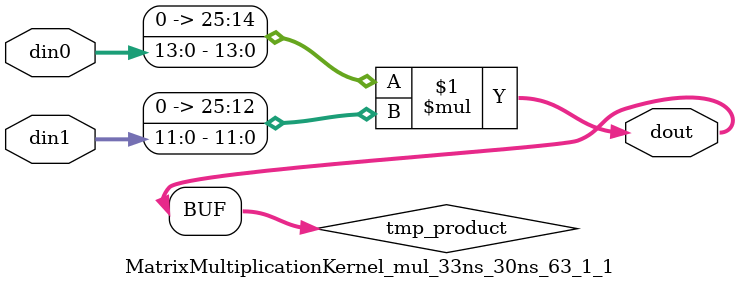
<source format=v>

`timescale 1 ns / 1 ps

 module MatrixMultiplicationKernel_mul_33ns_30ns_63_1_1(din0, din1, dout);
parameter ID = 1;
parameter NUM_STAGE = 0;
parameter din0_WIDTH = 14;
parameter din1_WIDTH = 12;
parameter dout_WIDTH = 26;

input [din0_WIDTH - 1 : 0] din0; 
input [din1_WIDTH - 1 : 0] din1; 
output [dout_WIDTH - 1 : 0] dout;

wire signed [dout_WIDTH - 1 : 0] tmp_product;
























assign tmp_product = $signed({1'b0, din0}) * $signed({1'b0, din1});











assign dout = tmp_product;





















endmodule

</source>
